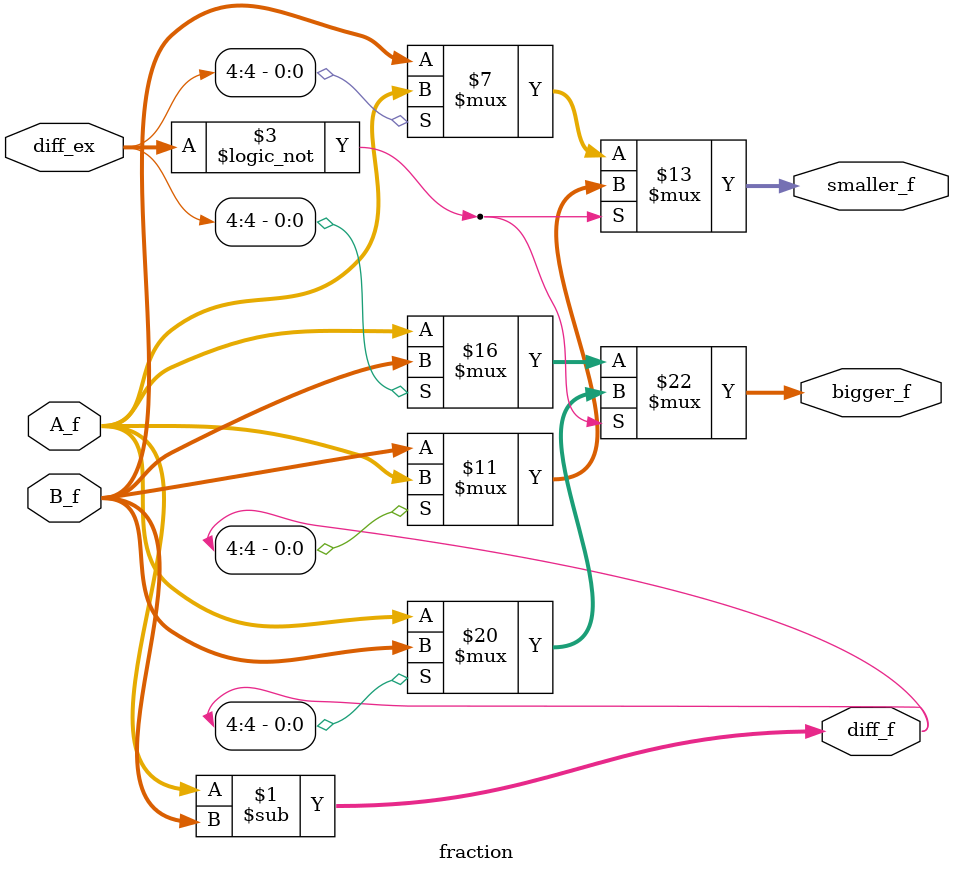
<source format=sv>
module fraction(
input [3:0] A_f, B_f,
input [4:0] diff_ex,
output [3:0] bigger_f, smaller_f,
output [4:0] diff_f
);

assign diff_f = A_f - B_f;

always_comb begin
	if (diff_ex == 0) begin			//Exp_A = Exp_B
		if (diff_f[4] ==  0) begin
			bigger_f <= A_f;
			smaller_f <= B_f;
		end	
		else begin
			bigger_f <= B_f;
			smaller_f <= A_f;
		end
	end
	
	else begin								//Exp_A <> Exp_B
		if (diff_ex[4] == 0) begin
			bigger_f <= A_f;
			smaller_f <= B_f;
		end
		else begin
			bigger_f <= B_f;
			smaller_f <= A_f;
		end
	end
end

endmodule
</source>
